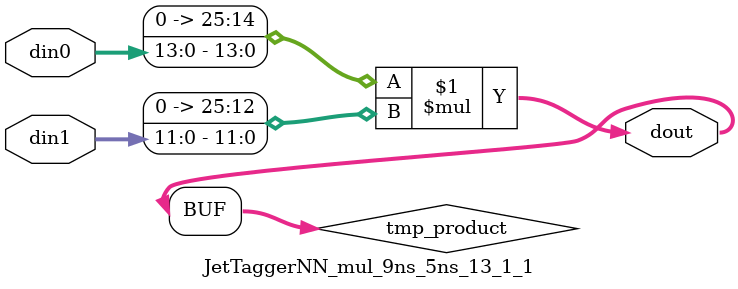
<source format=v>

`timescale 1 ns / 1 ps

  module JetTaggerNN_mul_9ns_5ns_13_1_1(din0, din1, dout);
parameter ID = 1;
parameter NUM_STAGE = 0;
parameter din0_WIDTH = 14;
parameter din1_WIDTH = 12;
parameter dout_WIDTH = 26;

input [din0_WIDTH - 1 : 0] din0; 
input [din1_WIDTH - 1 : 0] din1; 
output [dout_WIDTH - 1 : 0] dout;

wire signed [dout_WIDTH - 1 : 0] tmp_product;










assign tmp_product = $signed({1'b0, din0}) * $signed({1'b0, din1});











assign dout = tmp_product;







endmodule

</source>
